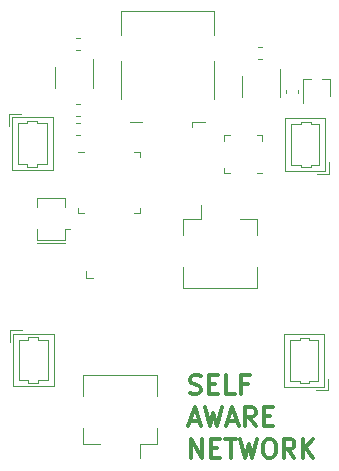
<source format=gto>
G04 #@! TF.GenerationSoftware,KiCad,Pcbnew,(5.1.0)-1*
G04 #@! TF.CreationDate,2019-03-26T08:32:57+01:00*
G04 #@! TF.ProjectId,node,6e6f6465-2e6b-4696-9361-645f70636258,rev?*
G04 #@! TF.SameCoordinates,Original*
G04 #@! TF.FileFunction,Legend,Top*
G04 #@! TF.FilePolarity,Positive*
%FSLAX46Y46*%
G04 Gerber Fmt 4.6, Leading zero omitted, Abs format (unit mm)*
G04 Created by KiCad (PCBNEW (5.1.0)-1) date 2019-03-26 08:32:57*
%MOMM*%
%LPD*%
G04 APERTURE LIST*
%ADD10C,0.300000*%
%ADD11C,0.120000*%
G04 APERTURE END LIST*
D10*
X148799761Y-94447619D02*
X149028333Y-94523809D01*
X149409285Y-94523809D01*
X149561666Y-94447619D01*
X149637857Y-94371428D01*
X149714047Y-94219047D01*
X149714047Y-94066666D01*
X149637857Y-93914285D01*
X149561666Y-93838095D01*
X149409285Y-93761904D01*
X149104523Y-93685714D01*
X148952142Y-93609523D01*
X148875952Y-93533333D01*
X148799761Y-93380952D01*
X148799761Y-93228571D01*
X148875952Y-93076190D01*
X148952142Y-93000000D01*
X149104523Y-92923809D01*
X149485476Y-92923809D01*
X149714047Y-93000000D01*
X150399761Y-93685714D02*
X150933095Y-93685714D01*
X151161666Y-94523809D02*
X150399761Y-94523809D01*
X150399761Y-92923809D01*
X151161666Y-92923809D01*
X152609285Y-94523809D02*
X151847380Y-94523809D01*
X151847380Y-92923809D01*
X153675952Y-93685714D02*
X153142619Y-93685714D01*
X153142619Y-94523809D02*
X153142619Y-92923809D01*
X153904523Y-92923809D01*
X148799761Y-96766666D02*
X149561666Y-96766666D01*
X148647380Y-97223809D02*
X149180714Y-95623809D01*
X149714047Y-97223809D01*
X150095000Y-95623809D02*
X150475952Y-97223809D01*
X150780714Y-96080952D01*
X151085476Y-97223809D01*
X151466428Y-95623809D01*
X151999761Y-96766666D02*
X152761666Y-96766666D01*
X151847380Y-97223809D02*
X152380714Y-95623809D01*
X152914047Y-97223809D01*
X154361666Y-97223809D02*
X153828333Y-96461904D01*
X153447380Y-97223809D02*
X153447380Y-95623809D01*
X154056904Y-95623809D01*
X154209285Y-95700000D01*
X154285476Y-95776190D01*
X154361666Y-95928571D01*
X154361666Y-96157142D01*
X154285476Y-96309523D01*
X154209285Y-96385714D01*
X154056904Y-96461904D01*
X153447380Y-96461904D01*
X155047380Y-96385714D02*
X155580714Y-96385714D01*
X155809285Y-97223809D02*
X155047380Y-97223809D01*
X155047380Y-95623809D01*
X155809285Y-95623809D01*
X148875952Y-99923809D02*
X148875952Y-98323809D01*
X149790238Y-99923809D01*
X149790238Y-98323809D01*
X150552142Y-99085714D02*
X151085476Y-99085714D01*
X151314047Y-99923809D02*
X150552142Y-99923809D01*
X150552142Y-98323809D01*
X151314047Y-98323809D01*
X151771190Y-98323809D02*
X152685476Y-98323809D01*
X152228333Y-99923809D02*
X152228333Y-98323809D01*
X153066428Y-98323809D02*
X153447380Y-99923809D01*
X153752142Y-98780952D01*
X154056904Y-99923809D01*
X154437857Y-98323809D01*
X155352142Y-98323809D02*
X155656904Y-98323809D01*
X155809285Y-98400000D01*
X155961666Y-98552380D01*
X156037857Y-98857142D01*
X156037857Y-99390476D01*
X155961666Y-99695238D01*
X155809285Y-99847619D01*
X155656904Y-99923809D01*
X155352142Y-99923809D01*
X155199761Y-99847619D01*
X155047380Y-99695238D01*
X154971190Y-99390476D01*
X154971190Y-98857142D01*
X155047380Y-98552380D01*
X155199761Y-98400000D01*
X155352142Y-98323809D01*
X157637857Y-99923809D02*
X157104523Y-99161904D01*
X156723571Y-99923809D02*
X156723571Y-98323809D01*
X157333095Y-98323809D01*
X157485476Y-98400000D01*
X157561666Y-98476190D01*
X157637857Y-98628571D01*
X157637857Y-98857142D01*
X157561666Y-99009523D01*
X157485476Y-99085714D01*
X157333095Y-99161904D01*
X156723571Y-99161904D01*
X158323571Y-99923809D02*
X158323571Y-98323809D01*
X159237857Y-99923809D02*
X158552142Y-99009523D01*
X159237857Y-98323809D02*
X158323571Y-99238095D01*
D11*
X160660000Y-69280000D02*
X160660000Y-67870000D01*
X158340000Y-67870000D02*
X158340000Y-69900000D01*
X158340000Y-67870000D02*
X159000000Y-67870000D01*
X160000000Y-67870000D02*
X160660000Y-67870000D01*
X139785000Y-73990000D02*
X139310000Y-73990000D01*
X144530000Y-79210000D02*
X144530000Y-78735000D01*
X144055000Y-79210000D02*
X144530000Y-79210000D01*
X139310000Y-79210000D02*
X139310000Y-78735000D01*
X139785000Y-79210000D02*
X139310000Y-79210000D01*
X144530000Y-73990000D02*
X144530000Y-74465000D01*
X144055000Y-73990000D02*
X144530000Y-73990000D01*
X140589000Y-84709000D02*
X139954000Y-84709000D01*
X139954000Y-84709000D02*
X139954000Y-84074000D01*
X149690000Y-79700000D02*
X149690000Y-78500000D01*
X154500000Y-85500000D02*
X154500000Y-83760000D01*
X148200000Y-85500000D02*
X154500000Y-85500000D01*
X148200000Y-83760000D02*
X148200000Y-85500000D01*
X154500000Y-79700000D02*
X154500000Y-81040000D01*
X153010000Y-79700000D02*
X154500000Y-79700000D01*
X148200000Y-79700000D02*
X148200000Y-81040000D01*
X149690000Y-79700000D02*
X148200000Y-79700000D01*
X154537221Y-66110000D02*
X154862779Y-66110000D01*
X154537221Y-65090000D02*
X154862779Y-65090000D01*
X139462779Y-65410000D02*
X139137221Y-65410000D01*
X139462779Y-64390000D02*
X139137221Y-64390000D01*
X139462779Y-69990000D02*
X139137221Y-69990000D01*
X139462779Y-71010000D02*
X139137221Y-71010000D01*
X157910000Y-69062779D02*
X157910000Y-68737221D01*
X156890000Y-69062779D02*
X156890000Y-68737221D01*
X144535000Y-98725000D02*
X144535000Y-99925000D01*
X139725000Y-92925000D02*
X139725000Y-94665000D01*
X146025000Y-92925000D02*
X139725000Y-92925000D01*
X146025000Y-94665000D02*
X146025000Y-92925000D01*
X139725000Y-98725000D02*
X139725000Y-97385000D01*
X141215000Y-98725000D02*
X139725000Y-98725000D01*
X146025000Y-98725000D02*
X146025000Y-97385000D01*
X144535000Y-98725000D02*
X146025000Y-98725000D01*
X140560000Y-68600000D02*
X140560000Y-66150000D01*
X137340000Y-66800000D02*
X137340000Y-68600000D01*
X137800000Y-81700000D02*
X138200000Y-81700000D01*
X137800000Y-81500000D02*
X138200000Y-81500000D01*
X137800000Y-77900000D02*
X138200000Y-77900000D01*
X135800000Y-81700000D02*
X137800000Y-81700000D01*
X138200000Y-80500000D02*
X138600000Y-80500000D01*
X138200000Y-80500000D02*
X138200000Y-81500000D01*
X137800000Y-81500000D02*
X135800000Y-81500000D01*
X135800000Y-81500000D02*
X135800000Y-80500000D01*
X135800000Y-78700000D02*
X135800000Y-77900000D01*
X135800000Y-77900000D02*
X137800000Y-77900000D01*
X138200000Y-77900000D02*
X138200000Y-78700000D01*
X139137221Y-71590000D02*
X139462779Y-71590000D01*
X139137221Y-72610000D02*
X139462779Y-72610000D01*
X133450000Y-70800000D02*
X133450000Y-71800000D01*
X133450000Y-70800000D02*
X134450000Y-70800000D01*
X136650000Y-75050000D02*
X136650000Y-73325000D01*
X135800000Y-75050000D02*
X136650000Y-75050000D01*
X135800000Y-75250000D02*
X135800000Y-75050000D01*
X135000000Y-75250000D02*
X135800000Y-75250000D01*
X135000000Y-75050000D02*
X135000000Y-75250000D01*
X134250000Y-75050000D02*
X135000000Y-75050000D01*
X134250000Y-73325000D02*
X134250000Y-75050000D01*
X136650000Y-71600000D02*
X136650000Y-73325000D01*
X135800000Y-71600000D02*
X136650000Y-71600000D01*
X135800000Y-71400000D02*
X135800000Y-71600000D01*
X135000000Y-71400000D02*
X135800000Y-71400000D01*
X135000000Y-71600000D02*
X135000000Y-71400000D01*
X134250000Y-71600000D02*
X135000000Y-71600000D01*
X134250000Y-73325000D02*
X134250000Y-71600000D01*
X137160000Y-75560000D02*
X137160000Y-71090000D01*
X133740000Y-75560000D02*
X137160000Y-75560000D01*
X133740000Y-71090000D02*
X133740000Y-75560000D01*
X137160000Y-71090000D02*
X133740000Y-71090000D01*
X156840000Y-75610000D02*
X160260000Y-75610000D01*
X160260000Y-75610000D02*
X160260000Y-71140000D01*
X160260000Y-71140000D02*
X156840000Y-71140000D01*
X156840000Y-71140000D02*
X156840000Y-75610000D01*
X159750000Y-73375000D02*
X159750000Y-75100000D01*
X159750000Y-75100000D02*
X159000000Y-75100000D01*
X159000000Y-75100000D02*
X159000000Y-75300000D01*
X159000000Y-75300000D02*
X158200000Y-75300000D01*
X158200000Y-75300000D02*
X158200000Y-75100000D01*
X158200000Y-75100000D02*
X157350000Y-75100000D01*
X157350000Y-75100000D02*
X157350000Y-73375000D01*
X159750000Y-73375000D02*
X159750000Y-71650000D01*
X159750000Y-71650000D02*
X159000000Y-71650000D01*
X159000000Y-71650000D02*
X159000000Y-71450000D01*
X159000000Y-71450000D02*
X158200000Y-71450000D01*
X158200000Y-71450000D02*
X158200000Y-71650000D01*
X158200000Y-71650000D02*
X157350000Y-71650000D01*
X157350000Y-71650000D02*
X157350000Y-73375000D01*
X160550000Y-75900000D02*
X159550000Y-75900000D01*
X160550000Y-75900000D02*
X160550000Y-74900000D01*
X137260000Y-89390000D02*
X133840000Y-89390000D01*
X133840000Y-89390000D02*
X133840000Y-93860000D01*
X133840000Y-93860000D02*
X137260000Y-93860000D01*
X137260000Y-93860000D02*
X137260000Y-89390000D01*
X134350000Y-91625000D02*
X134350000Y-89900000D01*
X134350000Y-89900000D02*
X135100000Y-89900000D01*
X135100000Y-89900000D02*
X135100000Y-89700000D01*
X135100000Y-89700000D02*
X135900000Y-89700000D01*
X135900000Y-89700000D02*
X135900000Y-89900000D01*
X135900000Y-89900000D02*
X136750000Y-89900000D01*
X136750000Y-89900000D02*
X136750000Y-91625000D01*
X134350000Y-91625000D02*
X134350000Y-93350000D01*
X134350000Y-93350000D02*
X135100000Y-93350000D01*
X135100000Y-93350000D02*
X135100000Y-93550000D01*
X135100000Y-93550000D02*
X135900000Y-93550000D01*
X135900000Y-93550000D02*
X135900000Y-93350000D01*
X135900000Y-93350000D02*
X136750000Y-93350000D01*
X136750000Y-93350000D02*
X136750000Y-91625000D01*
X133550000Y-89100000D02*
X134550000Y-89100000D01*
X133550000Y-89100000D02*
X133550000Y-90100000D01*
X160450000Y-94200000D02*
X160450000Y-93200000D01*
X160450000Y-94200000D02*
X159450000Y-94200000D01*
X157250000Y-89950000D02*
X157250000Y-91675000D01*
X158100000Y-89950000D02*
X157250000Y-89950000D01*
X158100000Y-89750000D02*
X158100000Y-89950000D01*
X158900000Y-89750000D02*
X158100000Y-89750000D01*
X158900000Y-89950000D02*
X158900000Y-89750000D01*
X159650000Y-89950000D02*
X158900000Y-89950000D01*
X159650000Y-91675000D02*
X159650000Y-89950000D01*
X157250000Y-93400000D02*
X157250000Y-91675000D01*
X158100000Y-93400000D02*
X157250000Y-93400000D01*
X158100000Y-93600000D02*
X158100000Y-93400000D01*
X158900000Y-93600000D02*
X158100000Y-93600000D01*
X158900000Y-93400000D02*
X158900000Y-93600000D01*
X159650000Y-93400000D02*
X158900000Y-93400000D01*
X159650000Y-91675000D02*
X159650000Y-93400000D01*
X156740000Y-89440000D02*
X156740000Y-93910000D01*
X160160000Y-89440000D02*
X156740000Y-89440000D01*
X160160000Y-93910000D02*
X160160000Y-89440000D01*
X156740000Y-93910000D02*
X160160000Y-93910000D01*
X156410000Y-69400000D02*
X156410000Y-66950000D01*
X153190000Y-67600000D02*
X153190000Y-69400000D01*
X152165000Y-75810000D02*
X151690000Y-75810000D01*
X151690000Y-75810000D02*
X151690000Y-75335000D01*
X154435000Y-72590000D02*
X154910000Y-72590000D01*
X154910000Y-72590000D02*
X154910000Y-73065000D01*
X152165000Y-72590000D02*
X151690000Y-72590000D01*
X151690000Y-72590000D02*
X151690000Y-73065000D01*
X154435000Y-75810000D02*
X154910000Y-75810000D01*
X142963000Y-62120000D02*
X150783000Y-62120000D01*
X148983000Y-71440000D02*
X148983000Y-71870000D01*
X142963000Y-62120000D02*
X142963000Y-64070000D01*
X142963000Y-66290000D02*
X142963000Y-69520000D01*
X144763000Y-71440000D02*
X143683000Y-71440000D01*
X150063000Y-71440000D02*
X148983000Y-71440000D01*
X150783000Y-66290000D02*
X150783000Y-69520000D01*
X150783000Y-62120000D02*
X150783000Y-64070000D01*
M02*

</source>
